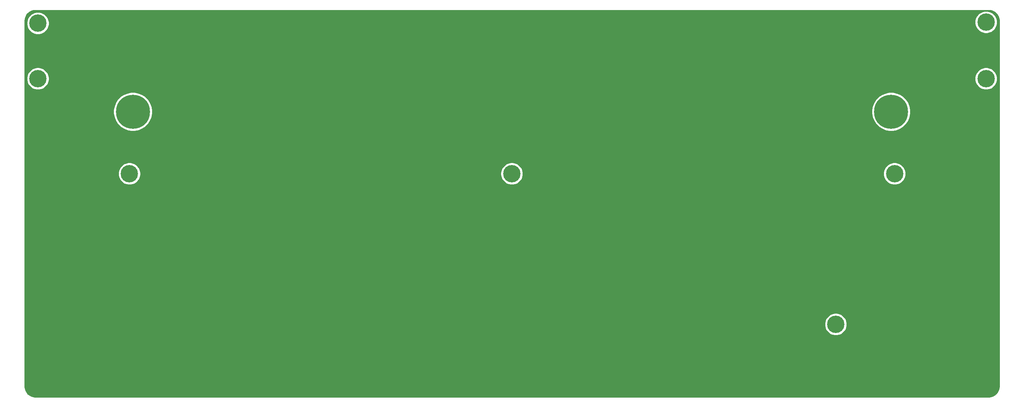
<source format=gbr>
G04 #@! TF.GenerationSoftware,KiCad,Pcbnew,(5.1.4)-1*
G04 #@! TF.CreationDate,2019-10-29T16:24:30-04:00*
G04 #@! TF.ProjectId,romeo-bottom,726f6d65-6f2d-4626-9f74-746f6d2e6b69,rev?*
G04 #@! TF.SameCoordinates,Original*
G04 #@! TF.FileFunction,Copper,L1,Top*
G04 #@! TF.FilePolarity,Positive*
%FSLAX46Y46*%
G04 Gerber Fmt 4.6, Leading zero omitted, Abs format (unit mm)*
G04 Created by KiCad (PCBNEW (5.1.4)-1) date 2019-10-29 16:24:30*
%MOMM*%
%LPD*%
G04 APERTURE LIST*
%ADD10C,8.600000*%
%ADD11C,4.400000*%
%ADD12C,0.254000*%
G04 APERTURE END LIST*
D10*
X241366999Y-38133400D03*
X49717001Y-38133400D03*
D11*
X227380800Y-91922600D03*
X63703200Y-91922600D03*
X48844200Y-53822600D03*
X242239800Y-53822600D03*
X145504499Y-53822600D03*
X265366999Y-15497599D03*
X265366999Y-29772600D03*
X25717001Y-29772600D03*
X25717001Y-15772600D03*
D12*
G36*
X266022539Y-12482601D02*
G01*
X266561408Y-12534944D01*
X267046132Y-12680812D01*
X267493287Y-12918047D01*
X267885849Y-13237621D01*
X268208862Y-13627355D01*
X268450023Y-14072408D01*
X268600148Y-14555829D01*
X268657001Y-15092077D01*
X268656999Y-107628138D01*
X268604656Y-108167009D01*
X268458788Y-108651732D01*
X268221552Y-109098888D01*
X267901979Y-109491449D01*
X267512243Y-109814463D01*
X267067192Y-110055623D01*
X266583771Y-110205748D01*
X266047529Y-110262600D01*
X25061466Y-110264659D01*
X24522591Y-110212316D01*
X24037868Y-110066448D01*
X23590712Y-109829212D01*
X23198151Y-109509639D01*
X22875137Y-109119903D01*
X22633977Y-108674852D01*
X22483852Y-108191431D01*
X22426999Y-107655183D01*
X22426999Y-91643377D01*
X224545800Y-91643377D01*
X224545800Y-92201823D01*
X224654748Y-92749539D01*
X224868456Y-93265476D01*
X225178712Y-93729807D01*
X225573593Y-94124688D01*
X226037924Y-94434944D01*
X226553861Y-94648652D01*
X227101577Y-94757600D01*
X227660023Y-94757600D01*
X228207739Y-94648652D01*
X228723676Y-94434944D01*
X229188007Y-94124688D01*
X229582888Y-93729807D01*
X229893144Y-93265476D01*
X230106852Y-92749539D01*
X230215800Y-92201823D01*
X230215800Y-91643377D01*
X230106852Y-91095661D01*
X229893144Y-90579724D01*
X229582888Y-90115393D01*
X229188007Y-89720512D01*
X228723676Y-89410256D01*
X228207739Y-89196548D01*
X227660023Y-89087600D01*
X227101577Y-89087600D01*
X226553861Y-89196548D01*
X226037924Y-89410256D01*
X225573593Y-89720512D01*
X225178712Y-90115393D01*
X224868456Y-90579724D01*
X224654748Y-91095661D01*
X224545800Y-91643377D01*
X22426999Y-91643377D01*
X22426999Y-53543377D01*
X46009200Y-53543377D01*
X46009200Y-54101823D01*
X46118148Y-54649539D01*
X46331856Y-55165476D01*
X46642112Y-55629807D01*
X47036993Y-56024688D01*
X47501324Y-56334944D01*
X48017261Y-56548652D01*
X48564977Y-56657600D01*
X49123423Y-56657600D01*
X49671139Y-56548652D01*
X50187076Y-56334944D01*
X50651407Y-56024688D01*
X51046288Y-55629807D01*
X51356544Y-55165476D01*
X51570252Y-54649539D01*
X51679200Y-54101823D01*
X51679200Y-53543377D01*
X142669499Y-53543377D01*
X142669499Y-54101823D01*
X142778447Y-54649539D01*
X142992155Y-55165476D01*
X143302411Y-55629807D01*
X143697292Y-56024688D01*
X144161623Y-56334944D01*
X144677560Y-56548652D01*
X145225276Y-56657600D01*
X145783722Y-56657600D01*
X146331438Y-56548652D01*
X146847375Y-56334944D01*
X147311706Y-56024688D01*
X147706587Y-55629807D01*
X148016843Y-55165476D01*
X148230551Y-54649539D01*
X148339499Y-54101823D01*
X148339499Y-53543377D01*
X239404800Y-53543377D01*
X239404800Y-54101823D01*
X239513748Y-54649539D01*
X239727456Y-55165476D01*
X240037712Y-55629807D01*
X240432593Y-56024688D01*
X240896924Y-56334944D01*
X241412861Y-56548652D01*
X241960577Y-56657600D01*
X242519023Y-56657600D01*
X243066739Y-56548652D01*
X243582676Y-56334944D01*
X244047007Y-56024688D01*
X244441888Y-55629807D01*
X244752144Y-55165476D01*
X244965852Y-54649539D01*
X245074800Y-54101823D01*
X245074800Y-53543377D01*
X244965852Y-52995661D01*
X244752144Y-52479724D01*
X244441888Y-52015393D01*
X244047007Y-51620512D01*
X243582676Y-51310256D01*
X243066739Y-51096548D01*
X242519023Y-50987600D01*
X241960577Y-50987600D01*
X241412861Y-51096548D01*
X240896924Y-51310256D01*
X240432593Y-51620512D01*
X240037712Y-52015393D01*
X239727456Y-52479724D01*
X239513748Y-52995661D01*
X239404800Y-53543377D01*
X148339499Y-53543377D01*
X148230551Y-52995661D01*
X148016843Y-52479724D01*
X147706587Y-52015393D01*
X147311706Y-51620512D01*
X146847375Y-51310256D01*
X146331438Y-51096548D01*
X145783722Y-50987600D01*
X145225276Y-50987600D01*
X144677560Y-51096548D01*
X144161623Y-51310256D01*
X143697292Y-51620512D01*
X143302411Y-52015393D01*
X142992155Y-52479724D01*
X142778447Y-52995661D01*
X142669499Y-53543377D01*
X51679200Y-53543377D01*
X51570252Y-52995661D01*
X51356544Y-52479724D01*
X51046288Y-52015393D01*
X50651407Y-51620512D01*
X50187076Y-51310256D01*
X49671139Y-51096548D01*
X49123423Y-50987600D01*
X48564977Y-50987600D01*
X48017261Y-51096548D01*
X47501324Y-51310256D01*
X47036993Y-51620512D01*
X46642112Y-52015393D01*
X46331856Y-52479724D01*
X46118148Y-52995661D01*
X46009200Y-53543377D01*
X22426999Y-53543377D01*
X22426999Y-37647345D01*
X44782001Y-37647345D01*
X44782001Y-38619455D01*
X44971651Y-39572886D01*
X45343661Y-40470999D01*
X45883736Y-41279279D01*
X46571122Y-41966665D01*
X47379402Y-42506740D01*
X48277515Y-42878750D01*
X49230946Y-43068400D01*
X50203056Y-43068400D01*
X51156487Y-42878750D01*
X52054600Y-42506740D01*
X52862880Y-41966665D01*
X53550266Y-41279279D01*
X54090341Y-40470999D01*
X54462351Y-39572886D01*
X54652001Y-38619455D01*
X54652001Y-37647345D01*
X236431999Y-37647345D01*
X236431999Y-38619455D01*
X236621649Y-39572886D01*
X236993659Y-40470999D01*
X237533734Y-41279279D01*
X238221120Y-41966665D01*
X239029400Y-42506740D01*
X239927513Y-42878750D01*
X240880944Y-43068400D01*
X241853054Y-43068400D01*
X242806485Y-42878750D01*
X243704598Y-42506740D01*
X244512878Y-41966665D01*
X245200264Y-41279279D01*
X245740339Y-40470999D01*
X246112349Y-39572886D01*
X246301999Y-38619455D01*
X246301999Y-37647345D01*
X246112349Y-36693914D01*
X245740339Y-35795801D01*
X245200264Y-34987521D01*
X244512878Y-34300135D01*
X243704598Y-33760060D01*
X242806485Y-33388050D01*
X241853054Y-33198400D01*
X240880944Y-33198400D01*
X239927513Y-33388050D01*
X239029400Y-33760060D01*
X238221120Y-34300135D01*
X237533734Y-34987521D01*
X236993659Y-35795801D01*
X236621649Y-36693914D01*
X236431999Y-37647345D01*
X54652001Y-37647345D01*
X54462351Y-36693914D01*
X54090341Y-35795801D01*
X53550266Y-34987521D01*
X52862880Y-34300135D01*
X52054600Y-33760060D01*
X51156487Y-33388050D01*
X50203056Y-33198400D01*
X49230946Y-33198400D01*
X48277515Y-33388050D01*
X47379402Y-33760060D01*
X46571122Y-34300135D01*
X45883736Y-34987521D01*
X45343661Y-35795801D01*
X44971651Y-36693914D01*
X44782001Y-37647345D01*
X22426999Y-37647345D01*
X22427000Y-29493377D01*
X22882001Y-29493377D01*
X22882001Y-30051823D01*
X22990949Y-30599539D01*
X23204657Y-31115476D01*
X23514913Y-31579807D01*
X23909794Y-31974688D01*
X24374125Y-32284944D01*
X24890062Y-32498652D01*
X25437778Y-32607600D01*
X25996224Y-32607600D01*
X26543940Y-32498652D01*
X27059877Y-32284944D01*
X27524208Y-31974688D01*
X27919089Y-31579807D01*
X28229345Y-31115476D01*
X28443053Y-30599539D01*
X28552001Y-30051823D01*
X28552001Y-29493377D01*
X262531999Y-29493377D01*
X262531999Y-30051823D01*
X262640947Y-30599539D01*
X262854655Y-31115476D01*
X263164911Y-31579807D01*
X263559792Y-31974688D01*
X264024123Y-32284944D01*
X264540060Y-32498652D01*
X265087776Y-32607600D01*
X265646222Y-32607600D01*
X266193938Y-32498652D01*
X266709875Y-32284944D01*
X267174206Y-31974688D01*
X267569087Y-31579807D01*
X267879343Y-31115476D01*
X268093051Y-30599539D01*
X268201999Y-30051823D01*
X268201999Y-29493377D01*
X268093051Y-28945661D01*
X267879343Y-28429724D01*
X267569087Y-27965393D01*
X267174206Y-27570512D01*
X266709875Y-27260256D01*
X266193938Y-27046548D01*
X265646222Y-26937600D01*
X265087776Y-26937600D01*
X264540060Y-27046548D01*
X264024123Y-27260256D01*
X263559792Y-27570512D01*
X263164911Y-27965393D01*
X262854655Y-28429724D01*
X262640947Y-28945661D01*
X262531999Y-29493377D01*
X28552001Y-29493377D01*
X28443053Y-28945661D01*
X28229345Y-28429724D01*
X27919089Y-27965393D01*
X27524208Y-27570512D01*
X27059877Y-27260256D01*
X26543940Y-27046548D01*
X25996224Y-26937600D01*
X25437778Y-26937600D01*
X24890062Y-27046548D01*
X24374125Y-27260256D01*
X23909794Y-27570512D01*
X23514913Y-27965393D01*
X23204657Y-28429724D01*
X22990949Y-28945661D01*
X22882001Y-29493377D01*
X22427000Y-29493377D01*
X22427000Y-15493377D01*
X22882001Y-15493377D01*
X22882001Y-16051823D01*
X22990949Y-16599539D01*
X23204657Y-17115476D01*
X23514913Y-17579807D01*
X23909794Y-17974688D01*
X24374125Y-18284944D01*
X24890062Y-18498652D01*
X25437778Y-18607600D01*
X25996224Y-18607600D01*
X26543940Y-18498652D01*
X27059877Y-18284944D01*
X27524208Y-17974688D01*
X27919089Y-17579807D01*
X28229345Y-17115476D01*
X28443053Y-16599539D01*
X28552001Y-16051823D01*
X28552001Y-15493377D01*
X28497300Y-15218376D01*
X262531999Y-15218376D01*
X262531999Y-15776822D01*
X262640947Y-16324538D01*
X262854655Y-16840475D01*
X263164911Y-17304806D01*
X263559792Y-17699687D01*
X264024123Y-18009943D01*
X264540060Y-18223651D01*
X265087776Y-18332599D01*
X265646222Y-18332599D01*
X266193938Y-18223651D01*
X266709875Y-18009943D01*
X267174206Y-17699687D01*
X267569087Y-17304806D01*
X267879343Y-16840475D01*
X268093051Y-16324538D01*
X268201999Y-15776822D01*
X268201999Y-15218376D01*
X268093051Y-14670660D01*
X267879343Y-14154723D01*
X267569087Y-13690392D01*
X267174206Y-13295511D01*
X266709875Y-12985255D01*
X266193938Y-12771547D01*
X265646222Y-12662599D01*
X265087776Y-12662599D01*
X264540060Y-12771547D01*
X264024123Y-12985255D01*
X263559792Y-13295511D01*
X263164911Y-13690392D01*
X262854655Y-14154723D01*
X262640947Y-14670660D01*
X262531999Y-15218376D01*
X28497300Y-15218376D01*
X28443053Y-14945661D01*
X28229345Y-14429724D01*
X27919089Y-13965393D01*
X27524208Y-13570512D01*
X27059877Y-13260256D01*
X26543940Y-13046548D01*
X25996224Y-12937600D01*
X25437778Y-12937600D01*
X24890062Y-13046548D01*
X24374125Y-13260256D01*
X23909794Y-13570512D01*
X23514913Y-13965393D01*
X23204657Y-14429724D01*
X22990949Y-14945661D01*
X22882001Y-15493377D01*
X22427000Y-15493377D01*
X22427001Y-15117061D01*
X22479344Y-14578192D01*
X22625212Y-14093468D01*
X22862447Y-13646313D01*
X23182021Y-13253751D01*
X23571755Y-12930738D01*
X24016808Y-12689577D01*
X24500229Y-12539452D01*
X25036477Y-12482599D01*
X266022539Y-12482601D01*
X266022539Y-12482601D01*
G37*
X266022539Y-12482601D02*
X266561408Y-12534944D01*
X267046132Y-12680812D01*
X267493287Y-12918047D01*
X267885849Y-13237621D01*
X268208862Y-13627355D01*
X268450023Y-14072408D01*
X268600148Y-14555829D01*
X268657001Y-15092077D01*
X268656999Y-107628138D01*
X268604656Y-108167009D01*
X268458788Y-108651732D01*
X268221552Y-109098888D01*
X267901979Y-109491449D01*
X267512243Y-109814463D01*
X267067192Y-110055623D01*
X266583771Y-110205748D01*
X266047529Y-110262600D01*
X25061466Y-110264659D01*
X24522591Y-110212316D01*
X24037868Y-110066448D01*
X23590712Y-109829212D01*
X23198151Y-109509639D01*
X22875137Y-109119903D01*
X22633977Y-108674852D01*
X22483852Y-108191431D01*
X22426999Y-107655183D01*
X22426999Y-91643377D01*
X224545800Y-91643377D01*
X224545800Y-92201823D01*
X224654748Y-92749539D01*
X224868456Y-93265476D01*
X225178712Y-93729807D01*
X225573593Y-94124688D01*
X226037924Y-94434944D01*
X226553861Y-94648652D01*
X227101577Y-94757600D01*
X227660023Y-94757600D01*
X228207739Y-94648652D01*
X228723676Y-94434944D01*
X229188007Y-94124688D01*
X229582888Y-93729807D01*
X229893144Y-93265476D01*
X230106852Y-92749539D01*
X230215800Y-92201823D01*
X230215800Y-91643377D01*
X230106852Y-91095661D01*
X229893144Y-90579724D01*
X229582888Y-90115393D01*
X229188007Y-89720512D01*
X228723676Y-89410256D01*
X228207739Y-89196548D01*
X227660023Y-89087600D01*
X227101577Y-89087600D01*
X226553861Y-89196548D01*
X226037924Y-89410256D01*
X225573593Y-89720512D01*
X225178712Y-90115393D01*
X224868456Y-90579724D01*
X224654748Y-91095661D01*
X224545800Y-91643377D01*
X22426999Y-91643377D01*
X22426999Y-53543377D01*
X46009200Y-53543377D01*
X46009200Y-54101823D01*
X46118148Y-54649539D01*
X46331856Y-55165476D01*
X46642112Y-55629807D01*
X47036993Y-56024688D01*
X47501324Y-56334944D01*
X48017261Y-56548652D01*
X48564977Y-56657600D01*
X49123423Y-56657600D01*
X49671139Y-56548652D01*
X50187076Y-56334944D01*
X50651407Y-56024688D01*
X51046288Y-55629807D01*
X51356544Y-55165476D01*
X51570252Y-54649539D01*
X51679200Y-54101823D01*
X51679200Y-53543377D01*
X142669499Y-53543377D01*
X142669499Y-54101823D01*
X142778447Y-54649539D01*
X142992155Y-55165476D01*
X143302411Y-55629807D01*
X143697292Y-56024688D01*
X144161623Y-56334944D01*
X144677560Y-56548652D01*
X145225276Y-56657600D01*
X145783722Y-56657600D01*
X146331438Y-56548652D01*
X146847375Y-56334944D01*
X147311706Y-56024688D01*
X147706587Y-55629807D01*
X148016843Y-55165476D01*
X148230551Y-54649539D01*
X148339499Y-54101823D01*
X148339499Y-53543377D01*
X239404800Y-53543377D01*
X239404800Y-54101823D01*
X239513748Y-54649539D01*
X239727456Y-55165476D01*
X240037712Y-55629807D01*
X240432593Y-56024688D01*
X240896924Y-56334944D01*
X241412861Y-56548652D01*
X241960577Y-56657600D01*
X242519023Y-56657600D01*
X243066739Y-56548652D01*
X243582676Y-56334944D01*
X244047007Y-56024688D01*
X244441888Y-55629807D01*
X244752144Y-55165476D01*
X244965852Y-54649539D01*
X245074800Y-54101823D01*
X245074800Y-53543377D01*
X244965852Y-52995661D01*
X244752144Y-52479724D01*
X244441888Y-52015393D01*
X244047007Y-51620512D01*
X243582676Y-51310256D01*
X243066739Y-51096548D01*
X242519023Y-50987600D01*
X241960577Y-50987600D01*
X241412861Y-51096548D01*
X240896924Y-51310256D01*
X240432593Y-51620512D01*
X240037712Y-52015393D01*
X239727456Y-52479724D01*
X239513748Y-52995661D01*
X239404800Y-53543377D01*
X148339499Y-53543377D01*
X148230551Y-52995661D01*
X148016843Y-52479724D01*
X147706587Y-52015393D01*
X147311706Y-51620512D01*
X146847375Y-51310256D01*
X146331438Y-51096548D01*
X145783722Y-50987600D01*
X145225276Y-50987600D01*
X144677560Y-51096548D01*
X144161623Y-51310256D01*
X143697292Y-51620512D01*
X143302411Y-52015393D01*
X142992155Y-52479724D01*
X142778447Y-52995661D01*
X142669499Y-53543377D01*
X51679200Y-53543377D01*
X51570252Y-52995661D01*
X51356544Y-52479724D01*
X51046288Y-52015393D01*
X50651407Y-51620512D01*
X50187076Y-51310256D01*
X49671139Y-51096548D01*
X49123423Y-50987600D01*
X48564977Y-50987600D01*
X48017261Y-51096548D01*
X47501324Y-51310256D01*
X47036993Y-51620512D01*
X46642112Y-52015393D01*
X46331856Y-52479724D01*
X46118148Y-52995661D01*
X46009200Y-53543377D01*
X22426999Y-53543377D01*
X22426999Y-37647345D01*
X44782001Y-37647345D01*
X44782001Y-38619455D01*
X44971651Y-39572886D01*
X45343661Y-40470999D01*
X45883736Y-41279279D01*
X46571122Y-41966665D01*
X47379402Y-42506740D01*
X48277515Y-42878750D01*
X49230946Y-43068400D01*
X50203056Y-43068400D01*
X51156487Y-42878750D01*
X52054600Y-42506740D01*
X52862880Y-41966665D01*
X53550266Y-41279279D01*
X54090341Y-40470999D01*
X54462351Y-39572886D01*
X54652001Y-38619455D01*
X54652001Y-37647345D01*
X236431999Y-37647345D01*
X236431999Y-38619455D01*
X236621649Y-39572886D01*
X236993659Y-40470999D01*
X237533734Y-41279279D01*
X238221120Y-41966665D01*
X239029400Y-42506740D01*
X239927513Y-42878750D01*
X240880944Y-43068400D01*
X241853054Y-43068400D01*
X242806485Y-42878750D01*
X243704598Y-42506740D01*
X244512878Y-41966665D01*
X245200264Y-41279279D01*
X245740339Y-40470999D01*
X246112349Y-39572886D01*
X246301999Y-38619455D01*
X246301999Y-37647345D01*
X246112349Y-36693914D01*
X245740339Y-35795801D01*
X245200264Y-34987521D01*
X244512878Y-34300135D01*
X243704598Y-33760060D01*
X242806485Y-33388050D01*
X241853054Y-33198400D01*
X240880944Y-33198400D01*
X239927513Y-33388050D01*
X239029400Y-33760060D01*
X238221120Y-34300135D01*
X237533734Y-34987521D01*
X236993659Y-35795801D01*
X236621649Y-36693914D01*
X236431999Y-37647345D01*
X54652001Y-37647345D01*
X54462351Y-36693914D01*
X54090341Y-35795801D01*
X53550266Y-34987521D01*
X52862880Y-34300135D01*
X52054600Y-33760060D01*
X51156487Y-33388050D01*
X50203056Y-33198400D01*
X49230946Y-33198400D01*
X48277515Y-33388050D01*
X47379402Y-33760060D01*
X46571122Y-34300135D01*
X45883736Y-34987521D01*
X45343661Y-35795801D01*
X44971651Y-36693914D01*
X44782001Y-37647345D01*
X22426999Y-37647345D01*
X22427000Y-29493377D01*
X22882001Y-29493377D01*
X22882001Y-30051823D01*
X22990949Y-30599539D01*
X23204657Y-31115476D01*
X23514913Y-31579807D01*
X23909794Y-31974688D01*
X24374125Y-32284944D01*
X24890062Y-32498652D01*
X25437778Y-32607600D01*
X25996224Y-32607600D01*
X26543940Y-32498652D01*
X27059877Y-32284944D01*
X27524208Y-31974688D01*
X27919089Y-31579807D01*
X28229345Y-31115476D01*
X28443053Y-30599539D01*
X28552001Y-30051823D01*
X28552001Y-29493377D01*
X262531999Y-29493377D01*
X262531999Y-30051823D01*
X262640947Y-30599539D01*
X262854655Y-31115476D01*
X263164911Y-31579807D01*
X263559792Y-31974688D01*
X264024123Y-32284944D01*
X264540060Y-32498652D01*
X265087776Y-32607600D01*
X265646222Y-32607600D01*
X266193938Y-32498652D01*
X266709875Y-32284944D01*
X267174206Y-31974688D01*
X267569087Y-31579807D01*
X267879343Y-31115476D01*
X268093051Y-30599539D01*
X268201999Y-30051823D01*
X268201999Y-29493377D01*
X268093051Y-28945661D01*
X267879343Y-28429724D01*
X267569087Y-27965393D01*
X267174206Y-27570512D01*
X266709875Y-27260256D01*
X266193938Y-27046548D01*
X265646222Y-26937600D01*
X265087776Y-26937600D01*
X264540060Y-27046548D01*
X264024123Y-27260256D01*
X263559792Y-27570512D01*
X263164911Y-27965393D01*
X262854655Y-28429724D01*
X262640947Y-28945661D01*
X262531999Y-29493377D01*
X28552001Y-29493377D01*
X28443053Y-28945661D01*
X28229345Y-28429724D01*
X27919089Y-27965393D01*
X27524208Y-27570512D01*
X27059877Y-27260256D01*
X26543940Y-27046548D01*
X25996224Y-26937600D01*
X25437778Y-26937600D01*
X24890062Y-27046548D01*
X24374125Y-27260256D01*
X23909794Y-27570512D01*
X23514913Y-27965393D01*
X23204657Y-28429724D01*
X22990949Y-28945661D01*
X22882001Y-29493377D01*
X22427000Y-29493377D01*
X22427000Y-15493377D01*
X22882001Y-15493377D01*
X22882001Y-16051823D01*
X22990949Y-16599539D01*
X23204657Y-17115476D01*
X23514913Y-17579807D01*
X23909794Y-17974688D01*
X24374125Y-18284944D01*
X24890062Y-18498652D01*
X25437778Y-18607600D01*
X25996224Y-18607600D01*
X26543940Y-18498652D01*
X27059877Y-18284944D01*
X27524208Y-17974688D01*
X27919089Y-17579807D01*
X28229345Y-17115476D01*
X28443053Y-16599539D01*
X28552001Y-16051823D01*
X28552001Y-15493377D01*
X28497300Y-15218376D01*
X262531999Y-15218376D01*
X262531999Y-15776822D01*
X262640947Y-16324538D01*
X262854655Y-16840475D01*
X263164911Y-17304806D01*
X263559792Y-17699687D01*
X264024123Y-18009943D01*
X264540060Y-18223651D01*
X265087776Y-18332599D01*
X265646222Y-18332599D01*
X266193938Y-18223651D01*
X266709875Y-18009943D01*
X267174206Y-17699687D01*
X267569087Y-17304806D01*
X267879343Y-16840475D01*
X268093051Y-16324538D01*
X268201999Y-15776822D01*
X268201999Y-15218376D01*
X268093051Y-14670660D01*
X267879343Y-14154723D01*
X267569087Y-13690392D01*
X267174206Y-13295511D01*
X266709875Y-12985255D01*
X266193938Y-12771547D01*
X265646222Y-12662599D01*
X265087776Y-12662599D01*
X264540060Y-12771547D01*
X264024123Y-12985255D01*
X263559792Y-13295511D01*
X263164911Y-13690392D01*
X262854655Y-14154723D01*
X262640947Y-14670660D01*
X262531999Y-15218376D01*
X28497300Y-15218376D01*
X28443053Y-14945661D01*
X28229345Y-14429724D01*
X27919089Y-13965393D01*
X27524208Y-13570512D01*
X27059877Y-13260256D01*
X26543940Y-13046548D01*
X25996224Y-12937600D01*
X25437778Y-12937600D01*
X24890062Y-13046548D01*
X24374125Y-13260256D01*
X23909794Y-13570512D01*
X23514913Y-13965393D01*
X23204657Y-14429724D01*
X22990949Y-14945661D01*
X22882001Y-15493377D01*
X22427000Y-15493377D01*
X22427001Y-15117061D01*
X22479344Y-14578192D01*
X22625212Y-14093468D01*
X22862447Y-13646313D01*
X23182021Y-13253751D01*
X23571755Y-12930738D01*
X24016808Y-12689577D01*
X24500229Y-12539452D01*
X25036477Y-12482599D01*
X266022539Y-12482601D01*
M02*

</source>
